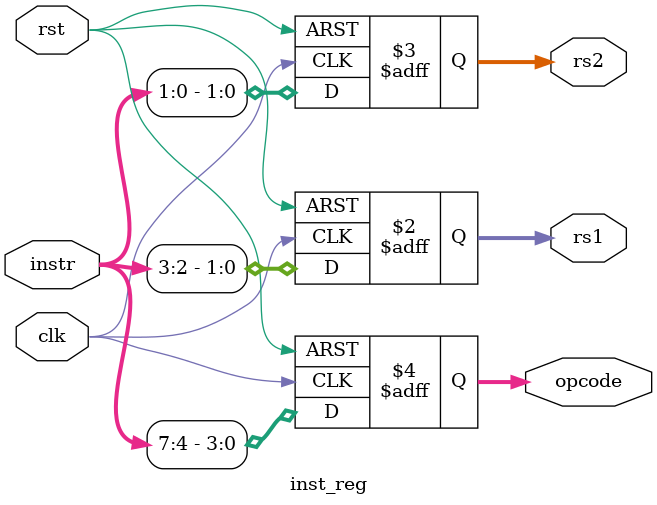
<source format=v>
module inst_reg(clk,rst,instr,opcode,rs1,rs2);
  input clk,rst;
  input[7:0] instr;
  output reg[1:0] rs1,rs2;
  output reg[3:0] opcode;
  always@(posedge clk or posedge rst) begin
    if(rst) begin
      opcode <= 4'b0;
      rs1 <= 2'b0;
      rs2 <= 2'b0;
    end
    else begin
      opcode <= instr[7:4];
      rs1 <= instr[3:2];
      rs2 <= instr[1:0];
    end
  end
endmodule
</source>
